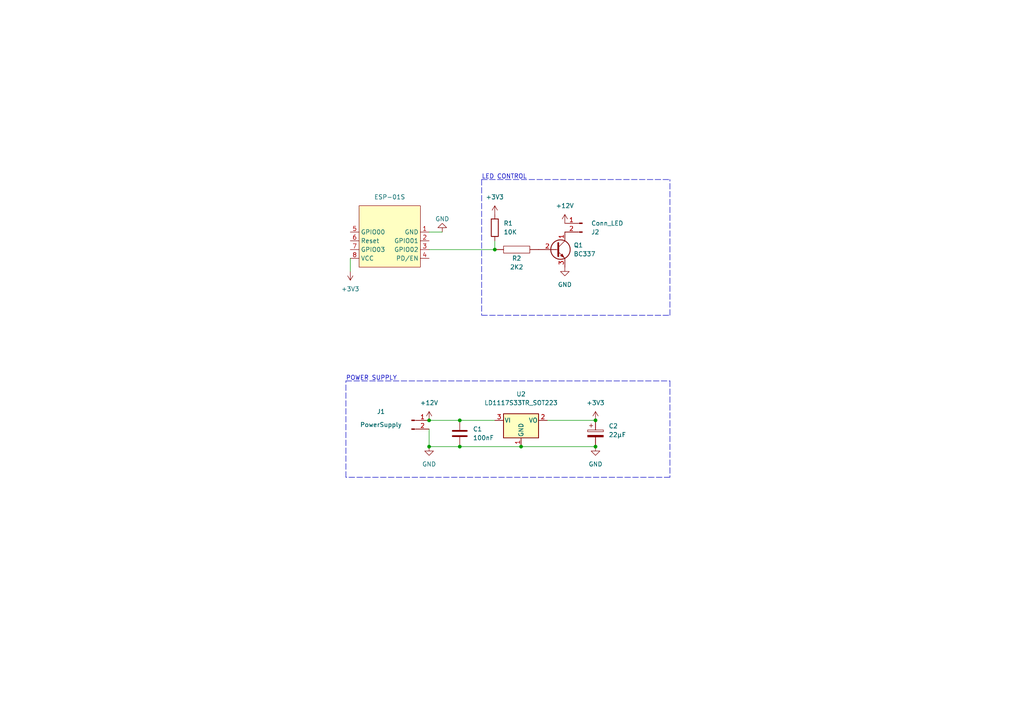
<source format=kicad_sch>
(kicad_sch (version 20211123) (generator eeschema)
  (paper "A4")
  (lib_symbols
    (symbol "Connector:Conn_01x02_Male" (pin_names (offset 1.016) hide)
      (property "Reference" "J" (at 0 2.54 0))
      (property "Value" "Conn_01x02_Male" (at 0 -5.08 0))
      (symbol "Conn_01x02_Male_1_1"
        (polyline (pts (xy 1.27 -2.54) (xy 0.8636 -2.54)) (stroke (width 0.1524)))
        (polyline (pts (xy 1.27 0) (xy 0.8636 0)) (stroke (width 0.1524)))
        (rectangle (start 0.8636 -2.413) (end 0 -2.667) (stroke (width 0.1524)) (fill (type outline)))
        (rectangle (start 0.8636 0.127) (end 0 -0.127) (stroke (width 0.1524)) (fill (type outline)))
        (pin passive line (at 5.08 0 180) (length 3.81) (name "Pin_1") (number "1"))
        (pin passive line (at 5.08 -2.54 180) (length 3.81) (name "Pin_2") (number "2"))
      )
    )
    (symbol "Device:C" (pin_numbers hide) (pin_names (offset 0.254))
      (property "Reference" "C" (at 0.635 2.54 0))
      (property "Value" "C" (at 0.635 -2.54 0))
      (symbol "C_0_1"
        (polyline (pts (xy -2.032 -0.762) (xy 2.032 -0.762)) (stroke (width 0.508)))
        (polyline (pts (xy -2.032 0.762) (xy 2.032 0.762)) (stroke (width 0.508)))
      )
      (symbol "C_1_1"
        (pin passive line (at 0 3.81 270) (length 2.794) (name "~") (number "1"))
        (pin passive line (at 0 -3.81 90) (length 2.794) (name "~") (number "2"))
      )
    )
    (symbol "Device:C_Polarized" (pin_numbers hide) (pin_names (offset 0.254))
      (property "Reference" "C" (at 0.635 2.54 0))
      (property "Value" "C_Polarized" (at 0.635 -2.54 0))
      (symbol "C_Polarized_0_1"
        (rectangle (start -2.286 0.508) (end 2.286 1.016))
        (polyline (pts (xy -1.778 2.286) (xy -0.762 2.286)))
        (polyline (pts (xy -1.27 2.794) (xy -1.27 1.778)))
        (rectangle (start 2.286 -0.508) (end -2.286 -1.016) (fill (type outline)))
      )
      (symbol "C_Polarized_1_1"
        (pin passive line (at 0 3.81 270) (length 2.794) (name "~") (number "1"))
        (pin passive line (at 0 -3.81 90) (length 2.794) (name "~") (number "2"))
      )
    )
    (symbol "Device:R" (pin_numbers hide) (pin_names (offset 0))
      (property "Reference" "R" (at 2.032 0 90))
      (property "Value" "R" (at 0 0 90))
      (symbol "R_0_1"
        (rectangle (start -1.016 -2.54) (end 1.016 2.54) (stroke (width 0.254)))
      )
      (symbol "R_1_1"
        (pin passive line (at 0 3.81 270) (length 1.27) (name "~") (number "1"))
        (pin passive line (at 0 -3.81 90) (length 1.27) (name "~") (number "2"))
      )
    )
    (symbol "Regulator_Linear:LD1117S33TR_SOT223" (pin_names (offset 0.254))
      (property "Reference" "U" (at -3.81 3.175 0))
      (property "Value" "LD1117S33TR_SOT223" (at 0 3.175 0))
      (symbol "LD1117S33TR_SOT223_0_1"
        (rectangle (start -5.08 -5.08) (end 5.08 1.905) (stroke (width 0.254)) (fill (type background)))
      )
      (symbol "LD1117S33TR_SOT223_1_1"
        (pin power_in line (at 0 -7.62 90) (length 2.54) (name "GND") (number "1"))
        (pin power_out line (at 7.62 0 180) (length 2.54) (name "VO") (number "2"))
        (pin power_in line (at -7.62 0 0) (length 2.54) (name "VI") (number "3"))
      )
    )
    (symbol "Transistor_BJT:BC337" (pin_names (offset 0) hide)
      (property "Reference" "Q" (at 5.08 1.905 0))
      (property "Value" "BC337" (at 5.08 0 0))
      (symbol "BC337_0_1"
        (polyline (pts (xy 0 0) (xy 0.635 0)))
        (polyline (pts (xy 0.635 0.635) (xy 2.54 2.54)))
        (polyline (pts (xy 0.635 -0.635) (xy 2.54 -2.54) (xy 2.54 -2.54)))
        (polyline (pts (xy 0.635 1.905) (xy 0.635 -1.905) (xy 0.635 -1.905)) (stroke (width 0.508)))
        (polyline (pts (xy 1.27 -1.778) (xy 1.778 -1.27) (xy 2.286 -2.286) (xy 1.27 -1.778) (xy 1.27 -1.778)) (fill (type outline)))
        (circle (center 1.27 0) (radius 2.8194) (stroke (width 0.254)))
      )
      (symbol "BC337_1_1"
        (pin passive line (at 2.54 5.08 270) (length 2.54) (name "C") (number "1"))
        (pin input line (at -5.08 0 0) (length 5.08) (name "B") (number "2"))
        (pin passive line (at 2.54 -5.08 90) (length 2.54) (name "E") (number "3"))
      )
    )
    (symbol "power:+12V" (power) (pin_names (offset 0))
      (property "Value" "+12V" (at 0 3.556 0))
      (symbol "+12V_0_1"
        (polyline (pts (xy -0.762 1.27) (xy 0 2.54)))
        (polyline (pts (xy 0 0) (xy 0 2.54)))
        (polyline (pts (xy 0 2.54) (xy 0.762 1.27)))
      )
      (symbol "+12V_1_1"
        (pin power_in line (at 0 0 90) (length 0) hide (name "+12V") (number "1"))
      )
    )
    (symbol "power:+3.3V" (power) (pin_names (offset 0))
      (property "Value" "+3.3V" (at 0 3.556 0))
      (symbol "+3.3V_0_1"
        (polyline (pts (xy -0.762 1.27) (xy 0 2.54)))
        (polyline (pts (xy 0 0) (xy 0 2.54)))
        (polyline (pts (xy 0 2.54) (xy 0.762 1.27)))
      )
      (symbol "+3.3V_1_1"
        (pin power_in line (at 0 0 90) (length 0) hide (name "+3V3") (number "1"))
      )
    )
    (symbol "power:GND" (power) (pin_names (offset 0))
      (property "Value" "GND" (at 0 -3.81 0))
      (symbol "GND_0_1"
        (polyline (pts (xy 0 0) (xy 0 -1.27) (xy 1.27 -1.27) (xy 0 -2.54) (xy -1.27 -1.27) (xy 0 -1.27)))
      )
      (symbol "GND_1_1"
        (pin power_in line (at 0 0 270) (length 0) hide (name "GND") (number "1"))
      )
    )
    (symbol "pspice:R" (pin_numbers hide) (pin_names (offset 0))
      (property "Reference" "R" (at 2.032 0 90))
      (property "Value" "R" (at 0 0 90))
      (symbol "R_0_1"
        (rectangle (start -1.016 3.81) (end 1.016 -3.81))
      )
      (symbol "R_1_1"
        (pin passive line (at 0 6.35 270) (length 2.54) (name "~") (number "1"))
        (pin passive line (at 0 -6.35 90) (length 2.54) (name "~") (number "2"))
      )
    )
    (symbol "roberts_mcu_stuff:ESP-01S"
      (property "Value" "ESP-01S" (at 0 2.54 0))
      (symbol "ESP-01S_0_1"
        (rectangle (start 7.62 5.08) (end -10.16 -12.7) (fill (type background)))
      )
      (symbol "ESP-01S_1_1"
        (pin power_in line (at 10.16 -2.54 180) (length 2.54) (name "GND") (number "1"))
        (pin bidirectional line (at 10.16 -5.08 180) (length 2.54) (name "GPIO01") (number "2"))
        (pin bidirectional line (at 10.16 -7.62 180) (length 2.54) (name "GPIO02") (number "3"))
        (pin bidirectional line (at 10.16 -10.16 180) (length 2.54) (name "PD/EN") (number "4"))
        (pin bidirectional line (at -12.7 -2.54 0) (length 2.54) (name "GPIO00") (number "5"))
        (pin bidirectional line (at -12.7 -5.08 0) (length 2.54) (name "Reset") (number "6"))
        (pin bidirectional line (at -12.7 -7.62 0) (length 2.54) (name "GPIO03") (number "7"))
        (pin power_in line (at -12.7 -10.16 0) (length 2.54) (name "VCC") (number "8"))
      )
    )
  )
  (junction (at 124.46 129.54))
  (junction (at 172.72 129.54))
  (junction (at 133.35 121.92))
  (junction (at 151.13 129.54))
  (junction (at 133.35 129.54))
  (junction (at 124.46 121.92))
  (junction (at 143.51 72.39))
  (junction (at 172.72 121.92))
  (wire (pts (xy 143.51 69.85) (xy 143.51 72.39)))
  (polyline (pts (xy 194.31 138.43) (xy 100.33 138.43)))
  (polyline (pts (xy 139.7 52.07) (xy 139.7 91.44)))
  (wire (pts (xy 124.46 129.54) (xy 133.35 129.54)))
  (wire (pts (xy 124.46 124.46) (xy 124.46 129.54)))
  (polyline (pts (xy 194.31 110.49) (xy 194.31 138.43)))
  (wire (pts (xy 124.46 121.92) (xy 133.35 121.92)))
  (wire (pts (xy 158.75 121.92) (xy 172.72 121.92)))
  (polyline (pts (xy 194.31 91.44) (xy 194.31 52.07)))
  (polyline (pts (xy 100.33 110.49) (xy 194.31 110.49)))
  (wire (pts (xy 133.35 121.92) (xy 143.51 121.92)))
  (polyline (pts (xy 100.33 138.43) (xy 100.33 110.49)))
  (wire (pts (xy 101.6 78.74) (xy 101.6 74.93)))
  (wire (pts (xy 143.51 72.39) (xy 124.46 72.39)))
  (wire (pts (xy 128.27 67.31) (xy 124.46 67.31)))
  (polyline (pts (xy 139.7 91.44) (xy 194.31 91.44)))
  (wire (pts (xy 151.13 129.54) (xy 172.72 129.54)))
  (wire (pts (xy 133.35 129.54) (xy 151.13 129.54)))
  (polyline (pts (xy 139.7 52.07) (xy 194.31 52.07)))
  (text "LED CONTROL" (at 139.7 52.07 0) (effects (font (size 1.27 1.27)) (justify left bottom)))
  (text "POWER SUPPLY" (at 100.33 110.49 0) (effects (font (size 1.27 1.27)) (justify left bottom)))
  (symbol (lib_id "pspice:R") (at 149.86 72.39 90) (unit 1)
    (property "Reference" "R2" (at 149.86 74.93 90))
    (property "Value" "2K2" (at 149.86 77.47 90))
    (property "Footprint" "Resistor_THT:R_Axial_DIN0207_L6.3mm_D2.5mm_P10.16mm_Horizontal" (effects hide))
  )
  (symbol (lib_id "power:+12V") (at 124.46 121.92 0) (unit 1)
    (property "Reference" "#PWR02" (effects hide))
    (property "Value" "+12V" (at 124.46 116.84 0))
  )
  (symbol (lib_id "power:GND") (at 128.27 67.31 180) (unit 1)
    (property "Reference" "#PWR04" (effects hide))
    (property "Value" "GND" (at 128.27 63.5 0))
  )
  (symbol (lib_id "Connector:Conn_01x02_Male") (at 168.91 64.77 0) (mirror y) (unit 1)
    (property "Reference" "J2" (at 171.45 67.31 0) (effects (justify right)))
    (property "Value" "Conn_LED" (at 171.45 64.77 0) (effects (justify right)))
    (property "Footprint" "Connector_PinHeader_2.54mm:PinHeader_1x02_P2.54mm_Vertical" (effects hide))
  )
  (symbol (lib_id "power:+3.3V") (at 101.6 78.74 180) (unit 1)
    (property "Reference" "#PWR01" (effects hide))
    (property "Value" "+3.3V" (at 101.6 83.82 0))
  )
  (symbol (lib_id "power:+3.3V") (at 143.51 62.23 0) (unit 1)
    (property "Reference" "#PWR05" (effects hide))
    (property "Value" "+3.3V" (at 143.51 57.15 0))
  )
  (symbol (lib_id "power:GND") (at 163.83 77.47 0) (unit 1)
    (property "Reference" "#PWR07" (effects hide))
    (property "Value" "GND" (at 163.83 82.55 0))
  )
  (symbol (lib_id "Device:C") (at 133.35 125.73 0) (unit 1)
    (property "Reference" "C1" (at 137.16 124.4599 0) (effects (justify left)))
    (property "Value" "100nF" (at 137.16 126.9999 0) (effects (justify left)))
    (property "Footprint" "Connector_PinHeader_2.54mm:PinHeader_1x02_P2.54mm_Vertical" (effects hide))
  )
  (symbol (lib_id "roberts_mcu_stuff:ESP-01S") (at 114.3 64.77 0) (unit 1)
    (property "Reference" "U1" (effects hide))
    (property "Value" "ESP-01S" (at 113.03 57.15 0))
    (property "Footprint" "robert-mcu-stuff:ESP_01S" (effects hide))
  )
  (symbol (lib_id "power:+12V") (at 163.83 64.77 0) (unit 1)
    (property "Reference" "#PWR06" (effects hide))
    (property "Value" "+12V" (at 163.83 59.69 0))
  )
  (symbol (lib_id "Regulator_Linear:LD1117S33TR_SOT223") (at 151.13 121.92 0) (unit 1)
    (property "Reference" "U2" (at 151.13 114.3 0))
    (property "Value" "LD1117S33TR_SOT223" (at 151.13 116.84 0))
    (property "Footprint" "Package_TO_SOT_THT:TO-220F-3_Vertical" (effects hide))
    (property "Datasheet" "http://www.st.com/st-web-ui/static/active/en/resource/technical/document/datasheet/CD00000544.pdf" (effects hide))
  )
  (symbol (lib_id "Device:C_Polarized") (at 172.72 125.73 0) (unit 1)
    (property "Reference" "C2" (at 176.53 123.5709 0) (effects (justify left)))
    (property "Value" "22µF" (at 176.53 126.1109 0) (effects (justify left)))
    (property "Footprint" "Connector_PinHeader_2.54mm:PinHeader_1x02_P2.54mm_Vertical" (effects hide))
  )
  (symbol (lib_id "power:GND") (at 172.72 129.54 0) (unit 1)
    (property "Reference" "#PWR09" (effects hide))
    (property "Value" "GND" (at 172.72 134.62 0))
  )
  (symbol (lib_id "Connector:Conn_01x02_Male") (at 119.38 121.92 0) (unit 1)
    (property "Reference" "J1" (at 110.49 119.38 0))
    (property "Value" "PowerSupply" (at 110.49 123.19 0))
    (property "Footprint" "Connector_PinHeader_2.54mm:PinHeader_1x02_P2.54mm_Vertical" (effects hide))
  )
  (symbol (lib_id "power:GND") (at 124.46 129.54 0) (unit 1)
    (property "Reference" "#PWR03" (effects hide))
    (property "Value" "GND" (at 124.46 134.62 0))
  )
  (symbol (lib_id "Device:R") (at 143.51 66.04 0) (unit 1)
    (property "Reference" "R1" (at 146.05 64.7699 0) (effects (justify left)))
    (property "Value" "10K" (at 146.05 67.3099 0) (effects (justify left)))
    (property "Footprint" "Resistor_THT:R_Axial_DIN0207_L6.3mm_D2.5mm_P10.16mm_Horizontal" (effects hide))
  )
  (symbol (lib_id "Transistor_BJT:BC337") (at 161.29 72.39 0) (unit 1)
    (property "Reference" "Q1" (at 166.37 71.1199 0) (effects (justify left)))
    (property "Value" "BC337" (at 166.37 73.6599 0) (effects (justify left)))
    (property "Footprint" "Connector:FanPinHeader_1x03_P2.54mm_Vertical" (effects hide))
    (property "Datasheet" "https://diotec.com/tl_files/diotec/files/pdf/datasheets/bc337.pdf" (effects hide))
  )
  (symbol (lib_id "power:+3.3V") (at 172.72 121.92 0) (unit 1)
    (property "Reference" "#PWR08" (effects hide))
    (property "Value" "+3.3V" (at 172.72 116.84 0))
  )
)
</source>
